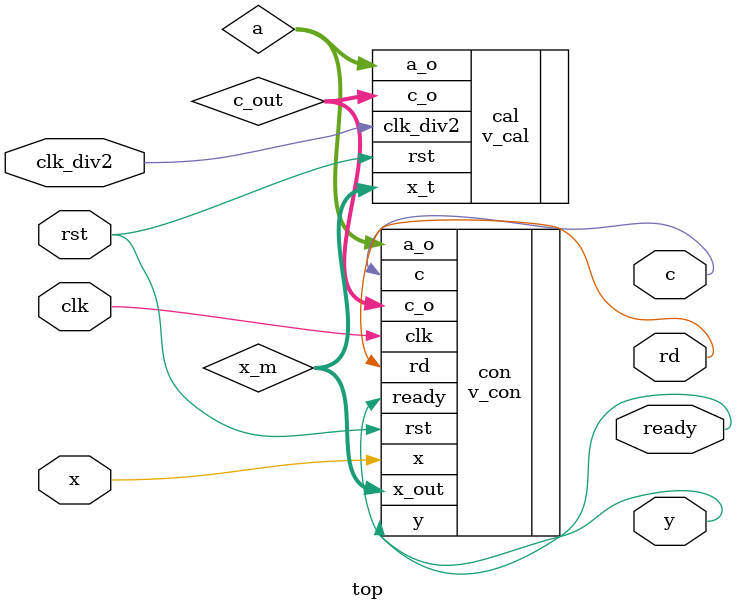
<source format=v>
`timescale 1ns / 1ps


module top(
   input clk,
	input clk_div2,
	input rst,
	input x,
	output y,
	output c,
	output rd,           //Ö¸Ê¾ÓÐÐ§ÊäÈëµÄÆðÊ¼
	output ready         //Ö¸Ê¾ÓÐÐ§Êä³öµÄÆðÊ¼
    );
	 
wire[13:0] a;
wire[6:0] c_out;
wire[13:0] x_m;

v_con  con(.clk(clk),
           .rst(rst),
			  .x(x),
			  .x_out(x_m),
			  .a_o(a),
			  .c_o(c_out),
			  .y(y),
			  .c(c),
			  .rd(rd),
			  .ready(ready)
			  );

v_cal  cal(.clk_div2(clk_div2),
           .rst(rst),
			  .x_t(x_m),
			  .a_o(a),
			  .c_o(c_out)
			  );

endmodule

</source>
